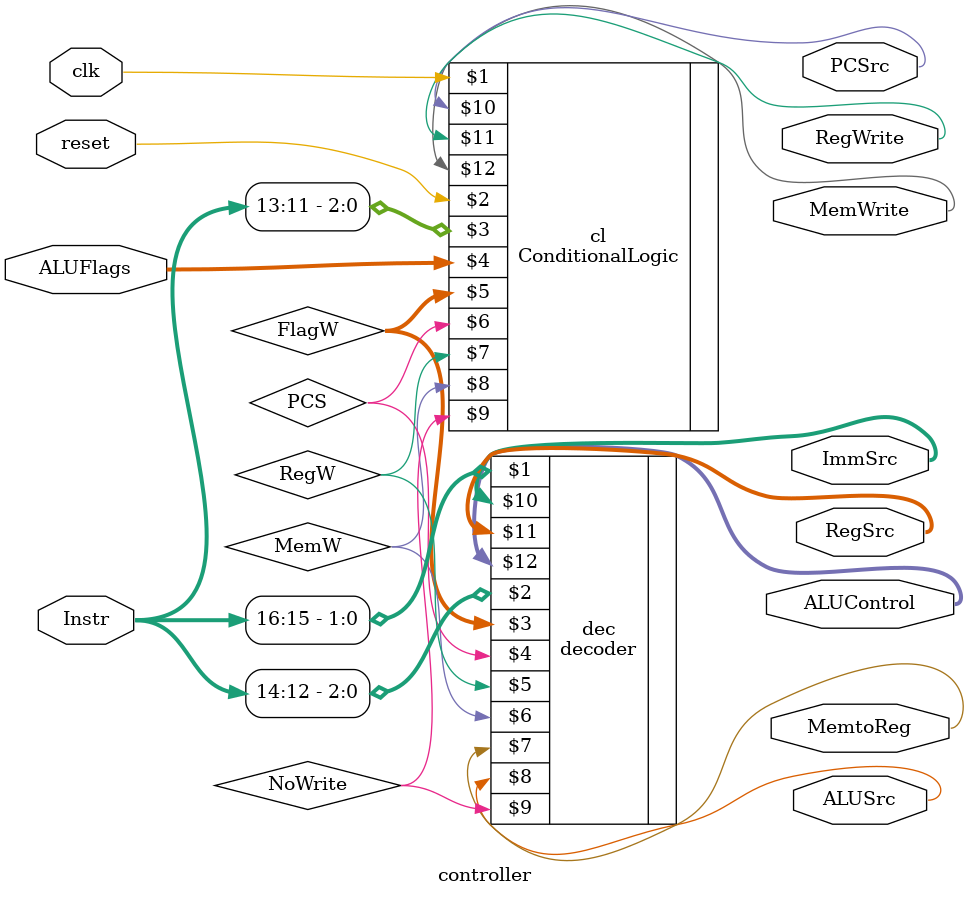
<source format=sv>
/*
	Instr[31:28] -> Condition (Cond)
	Instr[27:26] -> Operation Code (Op)
	Instr[25:20] -> Function (Funct)
	Instr[15:12] -> Rd
*/

module controller(input 	logic 			clk, reset,
						input 	logic [16:11] 	Instr,
						input 	logic [3:0] 	ALUFlags, //NZCV
						output 	logic [1:0] 	RegSrc, // RegSrc[1]->  Selector del MUX de RA2| RegSrc[0]-> Selector del MUX de RA1
						output 	logic 			RegWrite,
						output 	logic [1:0] 	ImmSrc,
						output 	logic 			ALUSrc,
						output 	logic [1:0] 	ALUControl,
						output 	logic 			MemWrite, MemtoReg,
						output 	logic 			PCSrc);
						
	logic [1:0] FlagW; //FlaW[0]-> Para C y V.|FlaW[1]-> Para N y Z.
	logic PCS,RegW, MemW, NoWrite;

							//op		funct			
	decoder dec(Instr[16:15], Instr[14:12],
					FlagW, PCS, RegW, MemW,
					MemtoReg, ALUSrc,NoWrite, ImmSrc, RegSrc, ALUControl);
	
	ConditionalLogic cl(clk, reset, Instr[13:11], ALUFlags,
							  FlagW, PCS, RegW, MemW, NoWrite,
							  PCSrc, RegWrite, MemWrite);
	
endmodule
</source>
